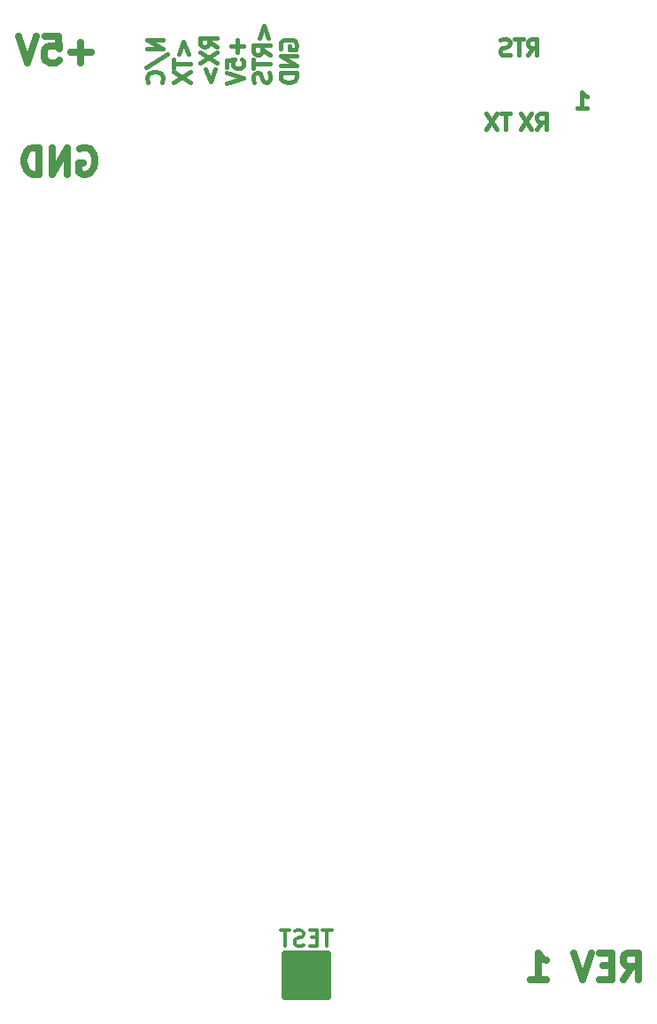
<source format=gbo>
G04 #@! TF.GenerationSoftware,KiCad,Pcbnew,(6.0.1)*
G04 #@! TF.CreationDate,2022-09-12T06:01:25-04:00*
G04 #@! TF.ProjectId,SIMPLE-65C02,53494d50-4c45-42d3-9635-4330322e6b69,1*
G04 #@! TF.SameCoordinates,Original*
G04 #@! TF.FileFunction,Legend,Bot*
G04 #@! TF.FilePolarity,Positive*
%FSLAX46Y46*%
G04 Gerber Fmt 4.6, Leading zero omitted, Abs format (unit mm)*
G04 Created by KiCad (PCBNEW (6.0.1)) date 2022-09-12 06:01:25*
%MOMM*%
%LPD*%
G01*
G04 APERTURE LIST*
%ADD10C,0.381000*%
%ADD11C,0.635000*%
%ADD12C,0.304800*%
%ADD13C,0.650000*%
G04 APERTURE END LIST*
D10*
X158090507Y-51010154D02*
X158598507Y-50254202D01*
X158961364Y-51010154D02*
X158961364Y-49422654D01*
X158380792Y-49422654D01*
X158235650Y-49498250D01*
X158163078Y-49573845D01*
X158090507Y-49725035D01*
X158090507Y-49951821D01*
X158163078Y-50103011D01*
X158235650Y-50178607D01*
X158380792Y-50254202D01*
X158961364Y-50254202D01*
X157655078Y-49422654D02*
X156784221Y-49422654D01*
X157219650Y-51010154D02*
X157219650Y-49422654D01*
X156348792Y-50934559D02*
X156131078Y-51010154D01*
X155768221Y-51010154D01*
X155623078Y-50934559D01*
X155550507Y-50858964D01*
X155477935Y-50707773D01*
X155477935Y-50556583D01*
X155550507Y-50405392D01*
X155623078Y-50329797D01*
X155768221Y-50254202D01*
X156058507Y-50178607D01*
X156203650Y-50103011D01*
X156276221Y-50027416D01*
X156348792Y-49876226D01*
X156348792Y-49725035D01*
X156276221Y-49573845D01*
X156203650Y-49498250D01*
X156058507Y-49422654D01*
X155695650Y-49422654D01*
X155477935Y-49498250D01*
D11*
X116330488Y-50727428D02*
X114395250Y-50727428D01*
X115362869Y-51695047D02*
X115362869Y-49759809D01*
X111976202Y-49155047D02*
X113185726Y-49155047D01*
X113306678Y-50364571D01*
X113185726Y-50243619D01*
X112943821Y-50122666D01*
X112339059Y-50122666D01*
X112097154Y-50243619D01*
X111976202Y-50364571D01*
X111855250Y-50606476D01*
X111855250Y-51211238D01*
X111976202Y-51453142D01*
X112097154Y-51574095D01*
X112339059Y-51695047D01*
X112943821Y-51695047D01*
X113185726Y-51574095D01*
X113306678Y-51453142D01*
X111129535Y-49155047D02*
X110282869Y-51695047D01*
X109436202Y-49155047D01*
D10*
X156385078Y-56534654D02*
X155514221Y-56534654D01*
X155949650Y-58122154D02*
X155949650Y-56534654D01*
X155151364Y-56534654D02*
X154135364Y-58122154D01*
X154135364Y-56534654D02*
X155151364Y-58122154D01*
X123233467Y-49500064D02*
X121645967Y-49500064D01*
X123233467Y-50370921D01*
X121645967Y-50370921D01*
X121570372Y-52185207D02*
X123611443Y-50878921D01*
X123082277Y-53564064D02*
X123157872Y-53491492D01*
X123233467Y-53273778D01*
X123233467Y-53128635D01*
X123157872Y-52910921D01*
X123006682Y-52765778D01*
X122855491Y-52693207D01*
X122553110Y-52620635D01*
X122326324Y-52620635D01*
X122023943Y-52693207D01*
X121872753Y-52765778D01*
X121721563Y-52910921D01*
X121645967Y-53128635D01*
X121645967Y-53273778D01*
X121721563Y-53491492D01*
X121797158Y-53564064D01*
X124731009Y-50878921D02*
X125184580Y-49717778D01*
X125638152Y-50878921D01*
X124201842Y-51386921D02*
X124201842Y-52257778D01*
X125789342Y-51822350D02*
X124201842Y-51822350D01*
X124201842Y-52620635D02*
X125789342Y-53636635D01*
X124201842Y-53636635D02*
X125789342Y-52620635D01*
X128345217Y-50225778D02*
X127589265Y-49717778D01*
X128345217Y-49354921D02*
X126757717Y-49354921D01*
X126757717Y-49935492D01*
X126833313Y-50080635D01*
X126908908Y-50153207D01*
X127060098Y-50225778D01*
X127286884Y-50225778D01*
X127438074Y-50153207D01*
X127513670Y-50080635D01*
X127589265Y-49935492D01*
X127589265Y-49354921D01*
X126757717Y-50733778D02*
X128345217Y-51749778D01*
X126757717Y-51749778D02*
X128345217Y-50733778D01*
X127286884Y-52330350D02*
X127740455Y-53491492D01*
X128194027Y-52330350D01*
X130296330Y-49572635D02*
X130296330Y-50733778D01*
X130901092Y-50153207D02*
X129691568Y-50153207D01*
X129313592Y-52185207D02*
X129313592Y-51459492D01*
X130069545Y-51386921D01*
X129993949Y-51459492D01*
X129918354Y-51604635D01*
X129918354Y-51967492D01*
X129993949Y-52112635D01*
X130069545Y-52185207D01*
X130220735Y-52257778D01*
X130598711Y-52257778D01*
X130749902Y-52185207D01*
X130825497Y-52112635D01*
X130901092Y-51967492D01*
X130901092Y-51604635D01*
X130825497Y-51459492D01*
X130749902Y-51386921D01*
X129313592Y-52693207D02*
X130901092Y-53201207D01*
X129313592Y-53709207D01*
X132398634Y-49354921D02*
X132852205Y-48193778D01*
X133305777Y-49354921D01*
X133456967Y-50951492D02*
X132701015Y-50443492D01*
X133456967Y-50080635D02*
X131869467Y-50080635D01*
X131869467Y-50661207D01*
X131945063Y-50806350D01*
X132020658Y-50878921D01*
X132171848Y-50951492D01*
X132398634Y-50951492D01*
X132549824Y-50878921D01*
X132625420Y-50806350D01*
X132701015Y-50661207D01*
X132701015Y-50080635D01*
X131869467Y-51386921D02*
X131869467Y-52257778D01*
X133456967Y-51822350D02*
X131869467Y-51822350D01*
X133381372Y-52693207D02*
X133456967Y-52910921D01*
X133456967Y-53273778D01*
X133381372Y-53418921D01*
X133305777Y-53491492D01*
X133154586Y-53564064D01*
X133003396Y-53564064D01*
X132852205Y-53491492D01*
X132776610Y-53418921D01*
X132701015Y-53273778D01*
X132625420Y-52983492D01*
X132549824Y-52838350D01*
X132474229Y-52765778D01*
X132323039Y-52693207D01*
X132171848Y-52693207D01*
X132020658Y-52765778D01*
X131945063Y-52838350D01*
X131869467Y-52983492D01*
X131869467Y-53346350D01*
X131945063Y-53564064D01*
X134500938Y-50370921D02*
X134425342Y-50225778D01*
X134425342Y-50008064D01*
X134500938Y-49790350D01*
X134652128Y-49645207D01*
X134803318Y-49572635D01*
X135105699Y-49500064D01*
X135332485Y-49500064D01*
X135634866Y-49572635D01*
X135786057Y-49645207D01*
X135937247Y-49790350D01*
X136012842Y-50008064D01*
X136012842Y-50153207D01*
X135937247Y-50370921D01*
X135861652Y-50443492D01*
X135332485Y-50443492D01*
X135332485Y-50153207D01*
X136012842Y-51096635D02*
X134425342Y-51096635D01*
X136012842Y-51967492D01*
X134425342Y-51967492D01*
X136012842Y-52693207D02*
X134425342Y-52693207D01*
X134425342Y-53056064D01*
X134500938Y-53273778D01*
X134652128Y-53418921D01*
X134803318Y-53491492D01*
X135105699Y-53564064D01*
X135332485Y-53564064D01*
X135634866Y-53491492D01*
X135786057Y-53418921D01*
X135937247Y-53273778D01*
X136012842Y-53056064D01*
X136012842Y-52693207D01*
D11*
X167206083Y-139325047D02*
X168052750Y-138115523D01*
X168657511Y-139325047D02*
X168657511Y-136785047D01*
X167689892Y-136785047D01*
X167447988Y-136906000D01*
X167327035Y-137026952D01*
X167206083Y-137268857D01*
X167206083Y-137631714D01*
X167327035Y-137873619D01*
X167447988Y-137994571D01*
X167689892Y-138115523D01*
X168657511Y-138115523D01*
X166117511Y-137994571D02*
X165270845Y-137994571D01*
X164907988Y-139325047D02*
X166117511Y-139325047D01*
X166117511Y-136785047D01*
X164907988Y-136785047D01*
X164182273Y-136785047D02*
X163335607Y-139325047D01*
X162488940Y-136785047D01*
X158376559Y-139325047D02*
X159827988Y-139325047D01*
X159102273Y-139325047D02*
X159102273Y-136785047D01*
X159344178Y-137147904D01*
X159586083Y-137389809D01*
X159827988Y-137510761D01*
D10*
X158961364Y-58122154D02*
X159469364Y-57366202D01*
X159832221Y-58122154D02*
X159832221Y-56534654D01*
X159251650Y-56534654D01*
X159106507Y-56610250D01*
X159033935Y-56685845D01*
X158961364Y-56837035D01*
X158961364Y-57063821D01*
X159033935Y-57215011D01*
X159106507Y-57290607D01*
X159251650Y-57366202D01*
X159832221Y-57366202D01*
X158453364Y-56534654D02*
X157437364Y-58122154D01*
X157437364Y-56534654D02*
X158453364Y-58122154D01*
D11*
X115254011Y-59944000D02*
X115495916Y-59823047D01*
X115858773Y-59823047D01*
X116221630Y-59944000D01*
X116463535Y-60185904D01*
X116584488Y-60427809D01*
X116705440Y-60911619D01*
X116705440Y-61274476D01*
X116584488Y-61758285D01*
X116463535Y-62000190D01*
X116221630Y-62242095D01*
X115858773Y-62363047D01*
X115616869Y-62363047D01*
X115254011Y-62242095D01*
X115133059Y-62121142D01*
X115133059Y-61274476D01*
X115616869Y-61274476D01*
X114044488Y-62363047D02*
X114044488Y-59823047D01*
X112593059Y-62363047D01*
X112593059Y-59823047D01*
X111383535Y-62363047D02*
X111383535Y-59823047D01*
X110778773Y-59823047D01*
X110415916Y-59944000D01*
X110174011Y-60185904D01*
X110053059Y-60427809D01*
X109932107Y-60911619D01*
X109932107Y-61274476D01*
X110053059Y-61758285D01*
X110174011Y-62000190D01*
X110415916Y-62242095D01*
X110778773Y-62363047D01*
X111383535Y-62363047D01*
D10*
X162843935Y-56090154D02*
X163714792Y-56090154D01*
X163279364Y-56090154D02*
X163279364Y-54502654D01*
X163424507Y-54729440D01*
X163569650Y-54880630D01*
X163714792Y-54956226D01*
D12*
X139337142Y-134603428D02*
X138466285Y-134603428D01*
X138901714Y-136127428D02*
X138901714Y-134603428D01*
X137958285Y-135329142D02*
X137450285Y-135329142D01*
X137232571Y-136127428D02*
X137958285Y-136127428D01*
X137958285Y-134603428D01*
X137232571Y-134603428D01*
X136652000Y-136054857D02*
X136434285Y-136127428D01*
X136071428Y-136127428D01*
X135926285Y-136054857D01*
X135853714Y-135982285D01*
X135781142Y-135837142D01*
X135781142Y-135692000D01*
X135853714Y-135546857D01*
X135926285Y-135474285D01*
X136071428Y-135401714D01*
X136361714Y-135329142D01*
X136506857Y-135256571D01*
X136579428Y-135184000D01*
X136652000Y-135038857D01*
X136652000Y-134893714D01*
X136579428Y-134748571D01*
X136506857Y-134676000D01*
X136361714Y-134603428D01*
X135998857Y-134603428D01*
X135781142Y-134676000D01*
X135345714Y-134603428D02*
X134474857Y-134603428D01*
X134910285Y-136127428D02*
X134910285Y-134603428D01*
D13*
X134906000Y-140938000D02*
X134906000Y-136938000D01*
X134906000Y-139438000D02*
X138406000Y-139438000D01*
X134906000Y-136938000D02*
X134906000Y-137438000D01*
X138906000Y-139938000D02*
X134906000Y-139938000D01*
X138906000Y-137438000D02*
X138906000Y-137938000D01*
X138906000Y-138438000D02*
X138906000Y-138938000D01*
X138406000Y-139438000D02*
X138906000Y-139438000D01*
X134906000Y-138938000D02*
X134906000Y-139438000D01*
X134906000Y-137438000D02*
X138906000Y-137438000D01*
X134906000Y-138438000D02*
X138906000Y-138438000D01*
X138906000Y-136938000D02*
X138906000Y-140938000D01*
X138906000Y-139438000D02*
X138906000Y-139938000D01*
X134906000Y-140438000D02*
X138906000Y-140438000D01*
X134906000Y-139938000D02*
X134906000Y-140438000D01*
X134906000Y-137938000D02*
X134906000Y-138438000D01*
X138906000Y-138938000D02*
X134906000Y-138938000D01*
X138906000Y-140938000D02*
X134906000Y-140938000D01*
X138906000Y-137938000D02*
X134906000Y-137938000D01*
X134906000Y-136938000D02*
X138906000Y-136938000D01*
M02*

</source>
